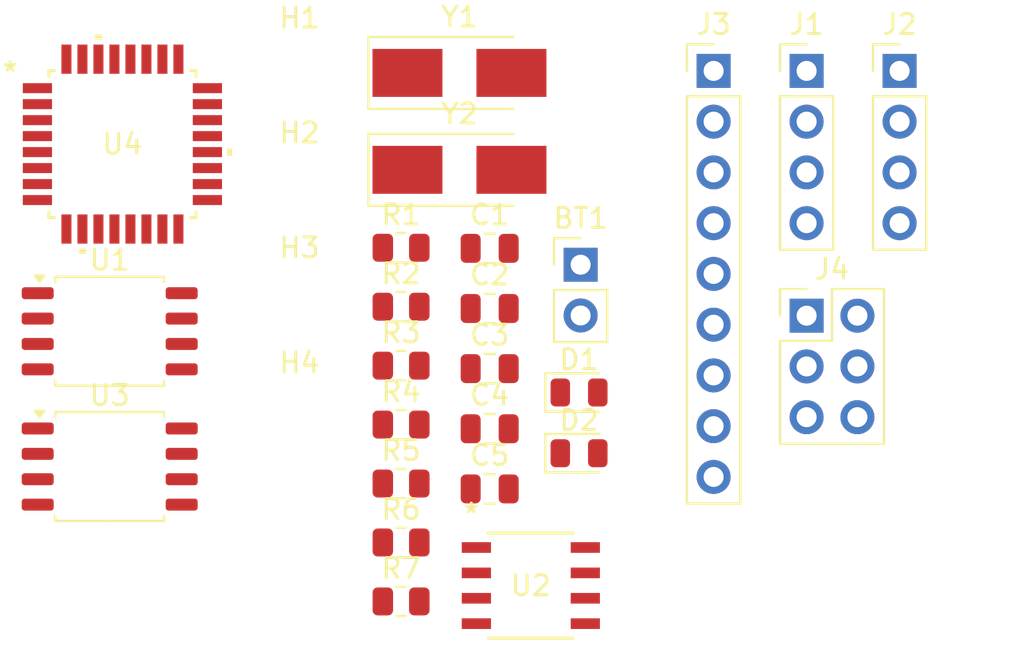
<source format=kicad_pcb>
(kicad_pcb (version 20240108) (generator "pcbnew") (generator_version "8.0")
  (layers (0 "F.Cu" signal) (31 "B.Cu" signal) (34 "B.Paste" user) (35 "F.Paste" user) (36 "B.SilkS" user "B.Silkscreen") (37 "F.SilkS" user "F.Silkscreen") (38 "B.Mask" user) (39 "F.Mask" user) (44 "Edge.Cuts" user))
  (property "PROJECT_NAME" "MCU Datalogger  w/ memory and datalogger")
  (net 0 "")
  (footprint "Resistor_SMD:R_0805_2012Metric" (layer "F.Cu") (at 72.526 117.661)
    (property "Reference" "R4" (at 0 -1.65 0) (layer "F.SilkS"))
    (property "Value" "4.7K")
    (fp_line (start -0.227064 -0.735) (end 0.227064 -0.735) (stroke (width 0.12)) (layer "F.SilkS"))
    (fp_line (start -0.227064 0.735) (end 0.227064 0.735) (stroke (width 0.12)) (layer "F.SilkS"))
    (pad "1" smd roundrect (at -0.9125 0) (size 1.025 1.4) (layers "F.Cu" "F.Paste" "F.Mask") (roundrect_rratio 0.243902))
    (pad "2" smd roundrect (at 0.9125 0) (size 1.025 1.4) (layers "F.Cu" "F.Paste" "F.Mask") (roundrect_rratio 0.243902))
  )
  (footprint "Crystal:Crystal_SMD_5032-2Pin_5.0x3.2mm_HandSoldering" (layer "F.Cu") (at 75.446 100.061)
    (property "Reference" "Y1" (at 0 -2.8 0) (layer "F.SilkS"))
    (property "Value" "32.768 KHz")
    (fp_line (start -4.55 -1.8) (end -4.55 1.8) (stroke (width 0.12)) (layer "F.SilkS"))
    (fp_line (start -4.55 1.8) (end 2.7 1.8) (stroke (width 0.12)) (layer "F.SilkS"))
    (fp_line (start 2.7 -1.8) (end -4.55 -1.8) (stroke (width 0.12)) (layer "F.SilkS"))
    (pad "1" smd rect (at -2.6 0) (size 3.5 2.4) (layers "F.Cu" "F.Paste" "F.Mask"))
    (pad "2" smd rect (at 2.6 0) (size 3.5 2.4) (layers "F.Cu" "F.Paste" "F.Mask"))
  )
  (footprint "Resistor_SMD:R_0805_2012Metric" (layer "F.Cu") (at 72.526 111.761)
    (property "Reference" "R2" (at 0 -1.65 0) (layer "F.SilkS"))
    (property "Value" "10K")
    (fp_line (start -0.227064 -0.735) (end 0.227064 -0.735) (stroke (width 0.12)) (layer "F.SilkS"))
    (fp_line (start -0.227064 0.735) (end 0.227064 0.735) (stroke (width 0.12)) (layer "F.SilkS"))
    (pad "1" smd roundrect (at -0.9125 0) (size 1.025 1.4) (layers "F.Cu" "F.Paste" "F.Mask") (roundrect_rratio 0.243902))
    (pad "2" smd roundrect (at 0.9125 0) (size 1.025 1.4) (layers "F.Cu" "F.Paste" "F.Mask") (roundrect_rratio 0.243902))
  )
  (footprint "Resistor_SMD:R_0805_2012Metric" (layer "F.Cu") (at 72.526 123.561)
    (property "Reference" "R6" (at 0 -1.65 0) (layer "F.SilkS"))
    (property "Value" "10K")
    (fp_line (start -0.227064 -0.735) (end 0.227064 -0.735) (stroke (width 0.12)) (layer "F.SilkS"))
    (fp_line (start -0.227064 0.735) (end 0.227064 0.735) (stroke (width 0.12)) (layer "F.SilkS"))
    (pad "1" smd roundrect (at -0.9125 0) (size 1.025 1.4) (layers "F.Cu" "F.Paste" "F.Mask") (roundrect_rratio 0.243902))
    (pad "2" smd roundrect (at 0.9125 0) (size 1.025 1.4) (layers "F.Cu" "F.Paste" "F.Mask") (roundrect_rratio 0.243902))
  )
  (footprint "LED_SMD:LED_0805_2012Metric" (layer "F.Cu") (at 81.426 119.096)
    (property "Reference" "D2" (at 0 -1.65 0) (layer "F.SilkS"))
    (property "Value" "LED")
    (fp_line (start -1.685 -0.96) (end -1.685 0.96) (stroke (width 0.12)) (layer "F.SilkS"))
    (fp_line (start -1.685 0.96) (end 1 0.96) (stroke (width 0.12)) (layer "F.SilkS"))
    (fp_line (start 1 -0.96) (end -1.685 -0.96) (stroke (width 0.12)) (layer "F.SilkS"))
    (pad "1" smd roundrect (at -0.9375 0) (size 0.975 1.4) (layers "F.Cu" "F.Paste" "F.Mask"))
    (pad "2" smd roundrect (at 0.9375 0) (size 0.975 1.4) (layers "F.Cu" "F.Paste" "F.Mask"))
  )
  (footprint "MountingHole:MountingHole_2.1mm" (layer "F.Cu") (at 67.446 106.261)
    (property "Reference" "H2" (at 0 -3.2 0) (layer "F.SilkS"))
    (property "Value" "MountingHole")
    (pad "" np_thru_hole circle (at 0 0) (size 2.1 2.1) (drill 2.1) (layers "*.Cu" "*.Mask"))
  )
  (footprint "Resistor_SMD:R_0805_2012Metric" (layer "F.Cu") (at 72.526 126.511)
    (property "Reference" "R7" (at 0 -1.65 0) (layer "F.SilkS"))
    (property "Value" "330")
    (fp_line (start -0.227064 -0.735) (end 0.227064 -0.735) (stroke (width 0.12)) (layer "F.SilkS"))
    (fp_line (start -0.227064 0.735) (end 0.227064 0.735) (stroke (width 0.12)) (layer "F.SilkS"))
    (pad "1" smd roundrect (at -0.9125 0) (size 1.025 1.4) (layers "F.Cu" "F.Paste" "F.Mask") (roundrect_rratio 0.243902))
    (pad "2" smd roundrect (at 0.9125 0) (size 1.025 1.4) (layers "F.Cu" "F.Paste" "F.Mask") (roundrect_rratio 0.243902))
  )
  (footprint "Capacitor_SMD:C_0805_2012Metric" (layer "F.Cu") (at 76.956 114.861)
    (property "Reference" "C3" (at 0 -1.68 0) (layer "F.SilkS"))
    (property "Value" "22pF")
    (fp_line (start -0.261252 -0.735) (end 0.261252 -0.735) (stroke (width 0.12)) (layer "F.SilkS"))
    (fp_line (start -0.261252 0.735) (end 0.261252 0.735) (stroke (width 0.12)) (layer "F.SilkS"))
    (pad "1" smd roundrect (at -0.95 0) (size 1 1.45) (layers "F.Cu" "F.Paste" "F.Mask"))
    (pad "2" smd roundrect (at 0.95 0) (size 1 1.45) (layers "F.Cu" "F.Paste" "F.Mask"))
  )
  (footprint "MountingHole:MountingHole_2.1mm" (layer "F.Cu") (at 67.446 117.761)
    (property "Reference" "H4" (at 0 -3.2 0) (layer "F.SilkS"))
    (property "Value" "MountingHole")
    (pad "" np_thru_hole circle (at 0 0) (size 2.1 2.1) (drill 2.1) (layers "*.Cu" "*.Mask"))
  )
  (footprint "Capacitor_SMD:C_0805_2012Metric" (layer "F.Cu") (at 76.956 111.851)
    (property "Reference" "C2" (at 0 -1.68 0) (layer "F.SilkS"))
    (property "Value" "1uF")
    (fp_line (start -0.261252 -0.735) (end 0.261252 -0.735) (stroke (width 0.12)) (layer "F.SilkS"))
    (fp_line (start -0.261252 0.735) (end 0.261252 0.735) (stroke (width 0.12)) (layer "F.SilkS"))
    (pad "1" smd roundrect (at -0.95 0) (size 1 1.45) (layers "F.Cu" "F.Paste" "F.Mask"))
    (pad "2" smd roundrect (at 0.95 0) (size 1 1.45) (layers "F.Cu" "F.Paste" "F.Mask"))
  )
  (footprint "Connector_PinHeader_2.54mm:PinHeader_1x09_P2.54mm_Vertical" (layer "F.Cu") (at 88.156 99.961)
    (property "Reference" "J3" (at 0 -2.33 0) (layer "F.SilkS"))
    (property "Value" "Conn_01x09_Pin")
    (fp_line (start -1.33 -1.33) (end 0 -1.33) (stroke (width 0.12)) (layer "F.SilkS"))
    (fp_line (start -1.33 0) (end -1.33 -1.33) (stroke (width 0.12)) (layer "F.SilkS"))
    (fp_line (start -1.33 1.27) (end -1.33 21.65) (stroke (width 0.12)) (layer "F.SilkS"))
    (fp_line (start -1.33 1.27) (end 1.33 1.27) (stroke (width 0.12)) (layer "F.SilkS"))
    (fp_line (start -1.33 21.65) (end 1.33 21.65) (stroke (width 0.12)) (layer "F.SilkS"))
    (fp_line (start 1.33 1.27) (end 1.33 21.65) (stroke (width 0.12)) (layer "F.SilkS"))
    (pad "1" thru_hole rect (at 0 0) (size 1.7 1.7) (drill 1) (layers "*.Cu" "*.Mask"))
    (pad "2" thru_hole oval (at 0 2.54) (size 1.7 1.7) (drill 1) (layers "*.Cu" "*.Mask"))
    (pad "3" thru_hole oval (at 0 5.08) (size 1.7 1.7) (drill 1) (layers "*.Cu" "*.Mask"))
    (pad "4" thru_hole oval (at 0 7.62) (size 1.7 1.7) (drill 1) (layers "*.Cu" "*.Mask"))
    (pad "5" thru_hole oval (at 0 10.16) (size 1.7 1.7) (drill 1) (layers "*.Cu" "*.Mask"))
    (pad "6" thru_hole oval (at 0 12.7) (size 1.7 1.7) (drill 1) (layers "*.Cu" "*.Mask"))
    (pad "7" thru_hole oval (at 0 15.24) (size 1.7 1.7) (drill 1) (layers "*.Cu" "*.Mask"))
    (pad "8" thru_hole oval (at 0 17.78) (size 1.7 1.7) (drill 1) (layers "*.Cu" "*.Mask"))
    (pad "9" thru_hole oval (at 0 20.32) (size 1.7 1.7) (drill 1) (layers "*.Cu" "*.Mask"))
  )
  (footprint "Connector_PinHeader_2.54mm:PinHeader_1x04_P2.54mm_Vertical" (layer "F.Cu") (at 97.456 99.961)
    (property "Reference" "J2" (at 0 -2.33 0) (layer "F.SilkS"))
    (property "Value" "Conn_01x04_Pin")
    (fp_line (start -1.33 -1.33) (end 0 -1.33) (stroke (width 0.12)) (layer "F.SilkS"))
    (fp_line (start -1.33 0) (end -1.33 -1.33) (stroke (width 0.12)) (layer "F.SilkS"))
    (fp_line (start -1.33 1.27) (end -1.33 8.95) (stroke (width 0.12)) (layer "F.SilkS"))
    (fp_line (start -1.33 1.27) (end 1.33 1.27) (stroke (width 0.12)) (layer "F.SilkS"))
    (fp_line (start -1.33 8.95) (end 1.33 8.95) (stroke (width 0.12)) (layer "F.SilkS"))
    (fp_line (start 1.33 1.27) (end 1.33 8.95) (stroke (width 0.12)) (layer "F.SilkS"))
    (pad "1" thru_hole rect (at 0 0) (size 1.7 1.7) (drill 1) (layers "*.Cu" "*.Mask"))
    (pad "2" thru_hole oval (at 0 2.54) (size 1.7 1.7) (drill 1) (layers "*.Cu" "*.Mask"))
    (pad "3" thru_hole oval (at 0 5.08) (size 1.7 1.7) (drill 1) (layers "*.Cu" "*.Mask"))
    (pad "4" thru_hole oval (at 0 7.62) (size 1.7 1.7) (drill 1) (layers "*.Cu" "*.Mask"))
  )
  (footprint "Package_SO:SOIC-8_5.23x5.23mm_P1.27mm" (layer "F.Cu") (at 57.956 119.761)
    (property "Reference" "U3" (at 0 -3.56 0) (layer "F.SilkS"))
    (property "Value" "24LC1025")
    (fp_line (start -2.725 -2.725) (end -2.725 -2.465) (stroke (width 0.12)) (layer "F.SilkS"))
    (fp_line (start -2.725 2.725) (end -2.725 2.465) (stroke (width 0.12)) (layer "F.SilkS"))
    (fp_line (start 0 -2.725) (end -2.725 -2.725) (stroke (width 0.12)) (layer "F.SilkS"))
    (fp_line (start 0 -2.725) (end 2.725 -2.725) (stroke (width 0.12)) (layer "F.SilkS"))
    (fp_line (start 0 2.725) (end -2.725 2.725) (stroke (width 0.12)) (layer "F.SilkS"))
    (fp_line (start 0 2.725) (end 2.725 2.725) (stroke (width 0.12)) (layer "F.SilkS"))
    (fp_line (start 2.725 -2.725) (end 2.725 -2.465) (stroke (width 0.12)) (layer "F.SilkS"))
    (fp_line (start 2.725 2.725) (end 2.725 2.465) (stroke (width 0.12)) (layer "F.SilkS"))
    (fp_poly (pts (xy -3.5075 -2.465) (xy -3.7475 -2.795) (xy -3.2675 -2.795) (xy -3.5075 -2.465)) (stroke (width 0.12)) (fill solid) (layer "F.SilkS"))
    (pad "1" smd roundrect (at -3.6 -1.905) (size 1.6 0.6) (layers "F.Cu" "F.Paste" "F.Mask"))
    (pad "2" smd roundrect (at -3.6 -0.635) (size 1.6 0.6) (layers "F.Cu" "F.Paste" "F.Mask"))
    (pad "3" smd roundrect (at -3.6 0.635) (size 1.6 0.6) (layers "F.Cu" "F.Paste" "F.Mask"))
    (pad "4" smd roundrect (at -3.6 1.905) (size 1.6 0.6) (layers "F.Cu" "F.Paste" "F.Mask"))
    (pad "5" smd roundrect (at 3.6 1.905) (size 1.6 0.6) (layers "F.Cu" "F.Paste" "F.Mask"))
    (pad "6" smd roundrect (at 3.6 0.635) (size 1.6 0.6) (layers "F.Cu" "F.Paste" "F.Mask"))
    (pad "7" smd roundrect (at 3.6 -0.635) (size 1.6 0.6) (layers "F.Cu" "F.Paste" "F.Mask"))
    (pad "8" smd roundrect (at 3.6 -1.905) (size 1.6 0.6) (layers "F.Cu" "F.Paste" "F.Mask"))
  )
  (footprint "LED_SMD:LED_0805_2012Metric" (layer "F.Cu") (at 81.426 116.056)
    (property "Reference" "D1" (at 0 -1.65 0) (layer "F.SilkS"))
    (property "Value" "LED")
    (fp_line (start -1.685 -0.96) (end -1.685 0.96) (stroke (width 0.12)) (layer "F.SilkS"))
    (fp_line (start -1.685 0.96) (end 1 0.96) (stroke (width 0.12)) (layer "F.SilkS"))
    (fp_line (start 1 -0.96) (end -1.685 -0.96) (stroke (width 0.12)) (layer "F.SilkS"))
    (pad "1" smd roundrect (at -0.9375 0) (size 0.975 1.4) (layers "F.Cu" "F.Paste" "F.Mask"))
    (pad "2" smd roundrect (at 0.9375 0) (size 0.975 1.4) (layers "F.Cu" "F.Paste" "F.Mask"))
  )
  (footprint "Crystal:Crystal_SMD_5032-2Pin_5.0x3.2mm_HandSoldering" (layer "F.Cu") (at 75.446 104.911)
    (property "Reference" "Y2" (at 0 -2.8 0) (layer "F.SilkS"))
    (property "Value" "16MHz")
    (fp_line (start -4.55 -1.8) (end -4.55 1.8) (stroke (width 0.12)) (layer "F.SilkS"))
    (fp_line (start -4.55 1.8) (end 2.7 1.8) (stroke (width 0.12)) (layer "F.SilkS"))
    (fp_line (start 2.7 -1.8) (end -4.55 -1.8) (stroke (width 0.12)) (layer "F.SilkS"))
    (pad "1" smd rect (at -2.6 0) (size 3.5 2.4) (layers "F.Cu" "F.Paste" "F.Mask"))
    (pad "2" smd rect (at 2.6 0) (size 3.5 2.4) (layers "F.Cu" "F.Paste" "F.Mask"))
  )
  (footprint "footprints:DS1337S" (layer "F.Cu") (at 79.0156 125.7181)
    (property "Reference" "U2" (at 0 0 0) (layer "F.SilkS"))
    (property "Value" "DS1337S+T&R")
    (fp_line (start -2.1209 2.6289) (end 2.1209 2.6289) (stroke (width 0.1524)) (layer "F.SilkS"))
    (fp_line (start 2.1209 -2.6289) (end -2.1209 -2.6289) (stroke (width 0.1524)) (layer "F.SilkS"))
    (fp_text user "*" (at -2.97815 -3.5814 0) (layer "F.SilkS"))
    (fp_text user "*" (at -2.97815 -3.5814 0) (layer "F.SilkS"))
    (pad "1" smd rect (at -2.72415 -1.905) (size 1.4605 0.5334) (layers "F.Cu" "F.Paste" "F.Mask"))
    (pad "2" smd rect (at -2.72415 -0.635) (size 1.4605 0.5334) (layers "F.Cu" "F.Paste" "F.Mask"))
    (pad "3" smd rect (at -2.72415 0.635) (size 1.4605 0.5334) (layers "F.Cu" "F.Paste" "F.Mask"))
    (pad "4" smd rect (at -2.72415 1.905) (size 1.4605 0.5334) (layers "F.Cu" "F.Paste" "F.Mask"))
    (pad "5" smd rect (at 2.72415 1.905) (size 1.4605 0.5334) (layers "F.Cu" "F.Paste" "F.Mask"))
    (pad "6" smd rect (at 2.72415 0.635) (size 1.4605 0.5334) (layers "F.Cu" "F.Paste" "F.Mask"))
    (pad "7" smd rect (at 2.72415 -0.635) (size 1.4605 0.5334) (layers "F.Cu" "F.Paste" "F.Mask"))
    (pad "8" smd rect (at 2.72415 -1.905) (size 1.4605 0.5334) (layers "F.Cu" "F.Paste" "F.Mask"))
  )
  (footprint "Connector_PinHeader_2.54mm:PinHeader_2x03_P2.54mm_Vertical" (layer "F.Cu") (at 92.806 112.211)
    (property "Reference" "J4" (at 1.27 -2.33 0) (layer "F.SilkS"))
    (property "Value" "Conn_02x03_Odd_Even")
    (fp_line (start -1.33 -1.33) (end 0 -1.33) (stroke (width 0.12)) (layer "F.SilkS"))
    (fp_line (start -1.33 0) (end -1.33 -1.33) (stroke (width 0.12)) (layer "F.SilkS"))
    (fp_line (start -1.33 1.27) (end -1.33 6.41) (stroke (width 0.12)) (layer "F.SilkS"))
    (fp_line (start -1.33 1.27) (end 1.27 1.27) (stroke (width 0.12)) (layer "F.SilkS"))
    (fp_line (start -1.33 6.41) (end 3.87 6.41) (stroke (width 0.12)) (layer "F.SilkS"))
    (fp_line (start 1.27 -1.33) (end 3.87 -1.33) (stroke (width 0.12)) (layer "F.SilkS"))
    (fp_line (start 1.27 1.27) (end 1.27 -1.33) (stroke (width 0.12)) (layer "F.SilkS"))
    (fp_line (start 3.87 -1.33) (end 3.87 6.41) (stroke (width 0.12)) (layer "F.SilkS"))
    (pad "1" thru_hole rect (at 0 0) (size 1.7 1.7) (drill 1) (layers "*.Cu" "*.Mask"))
    (pad "2" thru_hole oval (at 2.54 0) (size 1.7 1.7) (drill 1) (layers "*.Cu" "*.Mask"))
    (pad "3" thru_hole oval (at 0 2.54) (size 1.7 1.7) (drill 1) (layers "*.Cu" "*.Mask"))
    (pad "4" thru_hole oval (at 2.54 2.54) (size 1.7 1.7) (drill 1) (layers "*.Cu" "*.Mask"))
    (pad "5" thru_hole oval (at 0 5.08) (size 1.7 1.7) (drill 1) (layers "*.Cu" "*.Mask"))
    (pad "6" thru_hole oval (at 2.54 5.08) (size 1.7 1.7) (drill 1) (layers "*.Cu" "*.Mask"))
  )
  (footprint "footprints:ATMEGA328-AU" (layer "F.Cu") (at 58.591799 103.6246)
    (property "Reference" "U4" (at 0 0 0) (layer "F.SilkS"))
    (property "Value" "ATMEGA328-AU")
    (fp_line (start -3.677 -3.677) (end -3.677 -3.38314) (stroke (width 0.1524)) (layer "F.SilkS"))
    (fp_line (start -3.677 3.38314) (end -3.677 3.677) (stroke (width 0.1524)) (layer "F.SilkS"))
    (fp_line (start -3.677 3.677) (end -3.38314 3.677) (stroke (width 0.1524)) (layer "F.SilkS"))
    (fp_line (start -3.38314 -3.677) (end -3.677 -3.677) (stroke (width 0.1524)) (layer "F.SilkS"))
    (fp_line (start 3.38314 3.677) (end 3.677 3.677) (stroke (width 0.1524)) (layer "F.SilkS"))
    (fp_line (start 3.677 -3.677) (end 3.38314 -3.677) (stroke (width 0.1524)) (layer "F.SilkS"))
    (fp_line (start 3.677 -3.38314) (end 3.677 -3.677) (stroke (width 0.1524)) (layer "F.SilkS"))
    (fp_line (start 3.677 3.677) (end 3.677 3.38314) (stroke (width 0.1524)) (layer "F.SilkS"))
    (fp_poly (pts (xy -2.190501 5.2346) (xy -2.190501 5.4886) (xy -1.809501 5.4886) (xy -1.809501 5.2346)) (fill solid) (layer "F.SilkS"))
    (fp_poly (pts (xy -1.3905 -5.2346) (xy -1.3905 -5.4886) (xy -1.0095 -5.4886) (xy -1.0095 -5.2346)) (fill solid) (layer "F.SilkS"))
    (fp_poly (pts (xy 5.4886 0.209499) (xy 5.4886 0.590499) (xy 5.2346 0.590499) (xy 5.2346 0.209499)) (fill solid) (layer "F.SilkS"))
    (fp_text user "*" (at -5.615599 -3.581 0) (layer "F.SilkS"))
    (fp_text user "*" (at -5.615599 -3.581 0) (layer "F.SilkS"))
    (pad "1" smd rect (at -4.249999 -2.799999 90) (size 0.5008 1.4612) (layers "F.Cu" "F.Paste" "F.Mask"))
    (pad "2" smd rect (at -4.249999 -2.000001 90) (size 0.5008 1.4612) (layers "F.Cu" "F.Paste" "F.Mask"))
    (pad "3" smd rect (at -4.249999 -1.2 90) (size 0.5008 1.4612) (layers "F.Cu" "F.Paste" "F.Mask"))
    (pad "4" smd rect (at -4.249999 -0.399999 90) (size 0.5008 1.4612) (layers "F.Cu" "F.Paste" "F.Mask"))
    (pad "5" smd rect (at -4.249999 0.399999 90) (size 0.5008 1.4612) (layers "F.Cu" "F.Paste" "F.Mask"))
    (pad "6" smd rect (at -4.249999 1.2 90) (size 0.5008 1.4612) (layers "F.Cu" "F.Paste" "F.Mask"))
    (pad "7" smd rect (at -4.249999 1.999999 90) (size 0.5008 1.4612) (layers "F.Cu" "F.Paste" "F.Mask"))
    (pad "8" smd rect (at -4.249999 2.799999 90) (size 0.5008 1.4612) (layers "F.Cu" "F.Paste" "F.Mask"))
    (pad "9" smd rect (at -2.799999 4.249999) (size 0.5008 1.4612) (layers "F.Cu" "F.Paste" "F.Mask"))
    (pad "10" smd rect (at -2.000001 4.249999) (size 0.5008 1.4612) (layers "F.Cu" "F.Paste" "F.Mask"))
    (pad "11" smd rect (at -1.2 4.249999) (size 0.5008 1.4612) (layers "F.Cu" "F.Paste" "F.Mask"))
    (pad "12" smd rect (at -0.399999 4.249999) (size 0.5008 1.4612) (layers "F.Cu" "F.Paste" "F.Mask"))
    (pad "13" smd rect (at 0.399999 4.249999) (size 0.5008 1.4612) (layers "F.Cu" "F.Paste" "F.Mask"))
    (pad "14" smd rect (at 1.2 4.249999) (size 0.5008 1.4612) (layers "F.Cu" "F.Paste" "F.Mask"))
    (pad "15" smd rect (at 1.999999 4.249999) (size 0.5008 1.4612) (layers "F.Cu" "F.Paste" "F.Mask"))
    (pad "16" smd rect (at 2.799999 4.249999) (size 0.5008 1.4612) (layers "F.Cu" "F.Paste" "F.Mask"))
    (pad "17" smd rect (at 4.249999 2.799999 90) (size 0.5008 1.4612) (layers "F.Cu" "F.Paste" "F.Mask"))
    (pad "18" smd rect (at 4.249999 2.000001 90) (size 0.5008 1.4612) (layers "F.Cu" "F.Paste" "F.Mask"))
    (pad "19" smd rect (at 4.249999 1.2 90) (size 0.5008 1.4612) (layers "F.Cu" "F.Paste" "F.Mask"))
    (pad "20" smd rect (at 4.249999 0.399999 90) (size 0.5008 1.4612) (layers "F.Cu" "F.Paste" "F.Mask"))
    (pad "21" smd rect (at 4.249999 -0.399999 90) (size 0.5008 1.4612) (layers "F.Cu" "F.Paste" "F.Mask"))
    (pad "22" smd rect (at 4.249999 -1.2 90) (size 0.5008 1.4612) (layers "F.Cu" "F.Paste" "F.Mask"))
    (pad "23" smd rect (at 4.249999 -1.999999 90) (size 0.5008 1.4612) (layers "F.Cu" "F.Paste" "F.Mask"))
    (pad "24" smd rect (at 4.249999 -2.799999 90) (size 0.5008 1.4612) (layers "F.Cu" "F.Paste" "F.Mask"))
    (pad "25" smd rect (at 2.799999 -4.249999) (size 0.5008 1.4612) (layers "F.Cu" "F.Paste" "F.Mask"))
    (pad "26" smd rect (at 2.000001 -4.249999) (size 0.5008 1.4612) (layers "F.Cu" "F.Paste" "F.Mask"))
    (pad "27" smd rect (at 1.2 -4.249999) (size 0.5008 1.4612) (layers "F.Cu" "F.Paste" "F.Mask"))
    (pad "28" smd rect (at 0.399999 -4.249999) (size 0.5008 1.4612) (layers "F.Cu" "F.Paste" "F.Mask"))
    (pad "29" smd rect (at -0.399999 -4.249999) (size 0.5008 1.4612) (layers "F.Cu" "F.Paste" "F.Mask"))
    (pad "30" smd rect (at -1.2 -4.249999) (size 0.5008 1.4612) (layers "F.Cu" "F.Paste" "F.Mask"))
    (pad "31" smd rect (at -1.999999 -4.249999) (size 0.5008 1.4612) (layers "F.Cu" "F.Paste" "F.Mask"))
    (pad "32" smd rect (at -2.799999 -4.249999) (size 0.5008 1.4612) (layers "F.Cu" "F.Paste" "F.Mask"))
  )
  (footprint "Connector_PinHeader_2.54mm:PinHeader_1x02_P2.54mm_Vertical" (layer "F.Cu") (at 81.506 109.661)
    (property "Reference" "BT1" (at 0 -2.33 0) (layer "F.SilkS"))
    (property "Value" "Battery")
    (fp_line (start -1.33 -1.33) (end 0 -1.33) (stroke (width 0.12)) (layer "F.SilkS"))
    (fp_line (start -1.33 0) (end -1.33 -1.33) (stroke (width 0.12)) (layer "F.SilkS"))
    (fp_line (start -1.33 1.27) (end -1.33 3.87) (stroke (width 0.12)) (layer "F.SilkS"))
    (fp_line (start -1.33 1.27) (end 1.33 1.27) (stroke (width 0.12)) (layer "F.SilkS"))
    (fp_line (start -1.33 3.87) (end 1.33 3.87) (stroke (width 0.12)) (layer "F.SilkS"))
    (fp_line (start 1.33 1.27) (end 1.33 3.87) (stroke (width 0.12)) (layer "F.SilkS"))
    (pad "1" thru_hole rect (at 0 0) (size 1.7 1.7) (drill 1) (layers "*.Cu" "*.Mask"))
    (pad "2" thru_hole oval (at 0 2.54) (size 1.7 1.7) (drill 1) (layers "*.Cu" "*.Mask"))
  )
  (footprint "Connector_PinHeader_2.54mm:PinHeader_1x04_P2.54mm_Vertical" (layer "F.Cu") (at 92.806 99.961)
    (property "Reference" "J1" (at 0 -2.33 0) (layer "F.SilkS"))
    (property "Value" "Conn_01x04_Pin")
    (fp_line (start -1.33 -1.33) (end 0 -1.33) (stroke (width 0.12)) (layer "F.SilkS"))
    (fp_line (start -1.33 0) (end -1.33 -1.33) (stroke (width 0.12)) (layer "F.SilkS"))
    (fp_line (start -1.33 1.27) (end -1.33 8.95) (stroke (width 0.12)) (layer "F.SilkS"))
    (fp_line (start -1.33 1.27) (end 1.33 1.27) (stroke (width 0.12)) (layer "F.SilkS"))
    (fp_line (start -1.33 8.95) (end 1.33 8.95) (stroke (width 0.12)) (layer "F.SilkS"))
    (fp_line (start 1.33 1.27) (end 1.33 8.95) (stroke (width 0.12)) (layer "F.SilkS"))
    (pad "1" thru_hole rect (at 0 0) (size 1.7 1.7) (drill 1) (layers "*.Cu" "*.Mask"))
    (pad "2" thru_hole oval (at 0 2.54) (size 1.7 1.7) (drill 1) (layers "*.Cu" "*.Mask"))
    (pad "3" thru_hole oval (at 0 5.08) (size 1.7 1.7) (drill 1) (layers "*.Cu" "*.Mask"))
    (pad "4" thru_hole oval (at 0 7.62) (size 1.7 1.7) (drill 1) (layers "*.Cu" "*.Mask"))
  )
  (footprint "Package_SO:SOIC-8_5.23x5.23mm_P1.27mm" (layer "F.Cu") (at 57.956 112.991)
    (property "Reference" "U1" (at 0 -3.56 0) (layer "F.SilkS"))
    (property "Value" "24LC1025")
    (fp_line (start -2.725 -2.725) (end -2.725 -2.465) (stroke (width 0.12)) (layer "F.SilkS"))
    (fp_line (start -2.725 2.725) (end -2.725 2.465) (stroke (width 0.12)) (layer "F.SilkS"))
    (fp_line (start 0 -2.725) (end -2.725 -2.725) (stroke (width 0.12)) (layer "F.SilkS"))
    (fp_line (start 0 -2.725) (end 2.725 -2.725) (stroke (width 0.12)) (layer "F.SilkS"))
    (fp_line (start 0 2.725) (end -2.725 2.725) (stroke (width 0.12)) (layer "F.SilkS"))
    (fp_line (start 0 2.725) (end 2.725 2.725) (stroke (width 0.12)) (layer "F.SilkS"))
    (fp_line (start 2.725 -2.725) (end 2.725 -2.465) (stroke (width 0.12)) (layer "F.SilkS"))
    (fp_line (start 2.725 2.725) (end 2.725 2.465) (stroke (width 0.12)) (layer "F.SilkS"))
    (fp_poly (pts (xy -3.5075 -2.465) (xy -3.7475 -2.795) (xy -3.2675 -2.795) (xy -3.5075 -2.465)) (stroke (width 0.12)) (fill solid) (layer "F.SilkS"))
    (pad "1" smd roundrect (at -3.6 -1.905) (size 1.6 0.6) (layers "F.Cu" "F.Paste" "F.Mask"))
    (pad "2" smd roundrect (at -3.6 -0.635) (size 1.6 0.6) (layers "F.Cu" "F.Paste" "F.Mask"))
    (pad "3" smd roundrect (at -3.6 0.635) (size 1.6 0.6) (layers "F.Cu" "F.Paste" "F.Mask"))
    (pad "4" smd roundrect (at -3.6 1.905) (size 1.6 0.6) (layers "F.Cu" "F.Paste" "F.Mask"))
    (pad "5" smd roundrect (at 3.6 1.905) (size 1.6 0.6) (layers "F.Cu" "F.Paste" "F.Mask"))
    (pad "6" smd roundrect (at 3.6 0.635) (size 1.6 0.6) (layers "F.Cu" "F.Paste" "F.Mask"))
    (pad "7" smd roundrect (at 3.6 -0.635) (size 1.6 0.6) (layers "F.Cu" "F.Paste" "F.Mask"))
    (pad "8" smd roundrect (at 3.6 -1.905) (size 1.6 0.6) (layers "F.Cu" "F.Paste" "F.Mask"))
  )
  (footprint "Resistor_SMD:R_0805_2012Metric" (layer "F.Cu") (at 72.526 114.711)
    (property "Reference" "R3" (at 0 -1.65 0) (layer "F.SilkS"))
    (property "Value" "330")
    (fp_line (start -0.227064 -0.735) (end 0.227064 -0.735) (stroke (width 0.12)) (layer "F.SilkS"))
    (fp_line (start -0.227064 0.735) (end 0.227064 0.735) (stroke (width 0.12)) (layer "F.SilkS"))
    (pad "1" smd roundrect (at -0.9125 0) (size 1.025 1.4) (layers "F.Cu" "F.Paste" "F.Mask") (roundrect_rratio 0.243902))
    (pad "2" smd roundrect (at 0.9125 0) (size 1.025 1.4) (layers "F.Cu" "F.Paste" "F.Mask") (roundrect_rratio 0.243902))
  )
  (footprint "MountingHole:MountingHole_2.1mm" (layer "F.Cu") (at 67.446 100.511)
    (property "Reference" "H1" (at 0 -3.2 0) (layer "F.SilkS"))
    (property "Value" "MountingHole")
    (pad "" np_thru_hole circle (at 0 0) (size 2.1 2.1) (drill 2.1) (layers "*.Cu" "*.Mask"))
  )
  (footprint "Resistor_SMD:R_0805_2012Metric" (layer "F.Cu") (at 72.526 120.611)
    (property "Reference" "R5" (at 0 -1.65 0) (layer "F.SilkS"))
    (property "Value" "4.7K")
    (fp_line (start -0.227064 -0.735) (end 0.227064 -0.735) (stroke (width 0.12)) (layer "F.SilkS"))
    (fp_line (start -0.227064 0.735) (end 0.227064 0.735) (stroke (width 0.12)) (layer "F.SilkS"))
    (pad "1" smd roundrect (at -0.9125 0) (size 1.025 1.4) (layers "F.Cu" "F.Paste" "F.Mask") (roundrect_rratio 0.243902))
    (pad "2" smd roundrect (at 0.9125 0) (size 1.025 1.4) (layers "F.Cu" "F.Paste" "F.Mask") (roundrect_rratio 0.243902))
  )
  (footprint "Resistor_SMD:R_0805_2012Metric" (layer "F.Cu") (at 72.526 108.811)
    (property "Reference" "R1" (at 0 -1.65 0) (layer "F.SilkS"))
    (property "Value" "10K")
    (fp_line (start -0.227064 -0.735) (end 0.227064 -0.735) (stroke (width 0.12)) (layer "F.SilkS"))
    (fp_line (start -0.227064 0.735) (end 0.227064 0.735) (stroke (width 0.12)) (layer "F.SilkS"))
    (pad "1" smd roundrect (at -0.9125 0) (size 1.025 1.4) (layers "F.Cu" "F.Paste" "F.Mask") (roundrect_rratio 0.243902))
    (pad "2" smd roundrect (at 0.9125 0) (size 1.025 1.4) (layers "F.Cu" "F.Paste" "F.Mask") (roundrect_rratio 0.243902))
  )
  (footprint "Capacitor_SMD:C_0805_2012Metric" (layer "F.Cu") (at 76.956 120.881)
    (property "Reference" "C5" (at 0 -1.68 0) (layer "F.SilkS"))
    (property "Value" "100nF")
    (fp_line (start -0.261252 -0.735) (end 0.261252 -0.735) (stroke (width 0.12)) (layer "F.SilkS"))
    (fp_line (start -0.261252 0.735) (end 0.261252 0.735) (stroke (width 0.12)) (layer "F.SilkS"))
    (pad "1" smd roundrect (at -0.95 0) (size 1 1.45) (layers "F.Cu" "F.Paste" "F.Mask"))
    (pad "2" smd roundrect (at 0.95 0) (size 1 1.45) (layers "F.Cu" "F.Paste" "F.Mask"))
  )
  (footprint "Capacitor_SMD:C_0805_2012Metric" (layer "F.Cu") (at 76.956 117.871)
    (property "Reference" "C4" (at 0 -1.68 0) (layer "F.SilkS"))
    (property "Value" "22pF")
    (fp_line (start -0.261252 -0.735) (end 0.261252 -0.735) (stroke (width 0.12)) (layer "F.SilkS"))
    (fp_line (start -0.261252 0.735) (end 0.261252 0.735) (stroke (width 0.12)) (layer "F.SilkS"))
    (pad "1" smd roundrect (at -0.95 0) (size 1 1.45) (layers "F.Cu" "F.Paste" "F.Mask"))
    (pad "2" smd roundrect (at 0.95 0) (size 1 1.45) (layers "F.Cu" "F.Paste" "F.Mask"))
  )
  (footprint "MountingHole:MountingHole_2.1mm" (layer "F.Cu") (at 67.446 112.011)
    (property "Reference" "H3" (at 0 -3.2 0) (layer "F.SilkS"))
    (property "Value" "MountingHole")
    (pad "" np_thru_hole circle (at 0 0) (size 2.1 2.1) (drill 2.1) (layers "*.Cu" "*.Mask"))
  )
  (footprint "Capacitor_SMD:C_0805_2012Metric" (layer "F.Cu") (at 76.956 108.841)
    (property "Reference" "C1" (at 0 -1.68 0) (layer "F.SilkS"))
    (property "Value" "0.1uF")
    (fp_line (start -0.261252 -0.735) (end 0.261252 -0.735) (stroke (width 0.12)) (layer "F.SilkS"))
    (fp_line (start -0.261252 0.735) (end 0.261252 0.735) (stroke (width 0.12)) (layer "F.SilkS"))
    (pad "1" smd roundrect (at -0.95 0) (size 1 1.45) (layers "F.Cu" "F.Paste" "F.Mask"))
    (pad "2" smd roundrect (at 0.95 0) (size 1 1.45) (layers "F.Cu" "F.Paste" "F.Mask"))
  )
)
</source>
